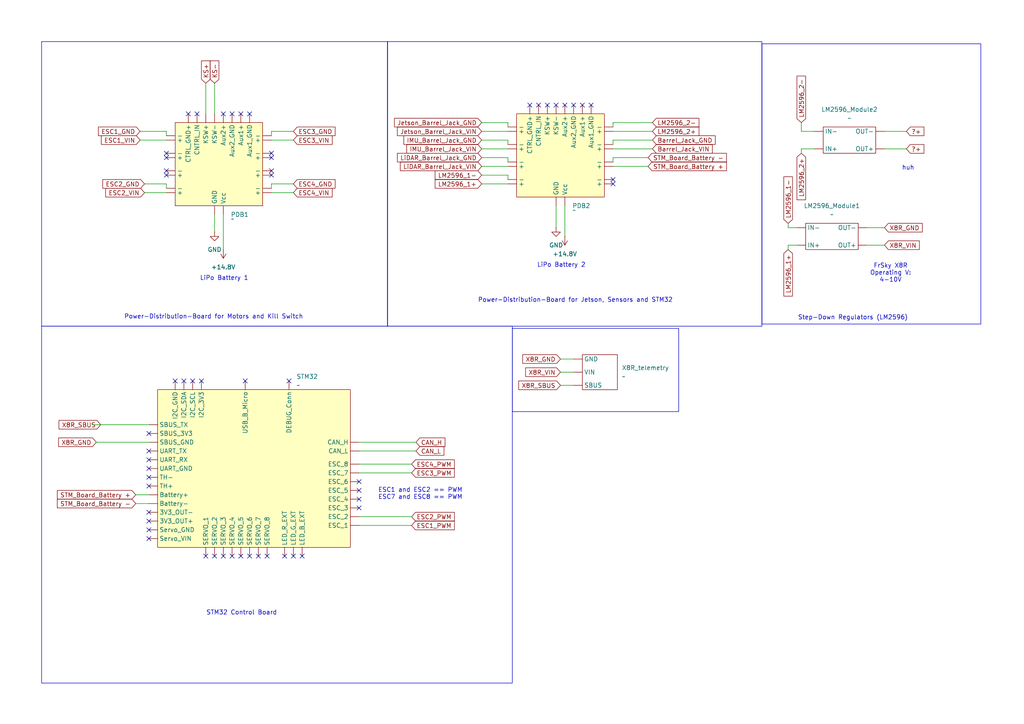
<source format=kicad_sch>
(kicad_sch (version 20250114) (generator "eeschema") (generator_version "9.0")
  (paper "A4")
  (title_block (title "usv_pinout") (rev "1") (company "Vanttec"))
  (lib_symbols
    (symbol "LM2596_Module_1"
      (property "Reference" "LM2596_Module" (at 0 5.842 0))
      (symbol "LM2596_Module_1_0_1"
        (rectangle (start -7.62 3.81) (end 7.62 -3.81))
      )
      (symbol "LM2596_Module_1_1_1"
        (pin power_in line (at -10.16 2.54 0) (length 2.54) (name "IN-") (number ""))
        (pin power_in line (at -10.16 -2.54 0) (length 2.54) (name "IN+") (number ""))
        (pin power_out line (at 10.16 2.54 180) (length 2.54) (name "OUT-") (number ""))
        (pin power_out line (at 10.16 -2.54 180) (length 2.54) (name "OUT+") (number ""))
      )
    )
    (symbol "power:+15V" (power) (pin_numbers (hide yes)) (pin_names (offset 0) (hide yes))
      (property "Value" "+15V" (at 0 3.556 0))
      (symbol "+15V_0_1"
        (polyline (pts (xy -0.762 1.27) (xy 0 2.54)))
        (polyline (pts (xy 0 2.54) (xy 0.762 1.27)))
        (polyline (pts (xy 0 0) (xy 0 2.54)))
      )
      (symbol "+15V_1_1"
        (pin power_in line (at 0 0 90) (length 0) (name "~") (number "1"))
      )
    )
    (symbol "power:GND" (power) (pin_numbers (hide yes)) (pin_names (offset 0) (hide yes))
      (property "Value" "GND" (at 0 -3.81 0))
      (symbol "GND_0_1"
        (polyline (pts (xy 0 0) (xy 0 -1.27) (xy 1.27 -1.27) (xy 0 -2.54) (xy -1.27 -1.27) (xy 0 -1.27)))
      )
      (symbol "GND_1_1"
        (pin power_in line (at 0 0 270) (length 0) (name "~") (number "1"))
      )
    )
    (symbol "power_distribution_board_1"
      (property "Reference" "U" (at 0 18.796 0))
      (symbol "power_distribution_board_1_1_1"
        (rectangle (start -12.7 8.89) (end 12.7 -15.24) (fill (type background)))
        (pin power_out line (at -15.24 5.08 0) (length 2.54) (name "-") (number ""))
        (pin power_out line (at -15.24 3.81 0) (length 2.54) (name "+") (number ""))
        (pin power_out line (at -15.24 0 0) (length 2.54) (name "-") (number ""))
        (pin power_out line (at -15.24 -1.27 0) (length 2.54) (name "+") (number ""))
        (pin power_out line (at -15.24 -5.08 0) (length 2.54) (name "-") (number ""))
        (pin power_out line (at -15.24 -6.35 0) (length 2.54) (name "+") (number ""))
        (pin power_out line (at -15.24 -10.16 0) (length 2.54) (name "-") (number ""))
        (pin power_out line (at -15.24 -11.43 0) (length 2.54) (name "+") (number ""))
        (pin output line (at -8.89 11.43 270) (length 2.54) (name "CTRL_GND+") (number ""))
        (pin output line (at -6.35 11.43 270) (length 2.54) (name "CNTRL_IN") (number ""))
        (pin output line (at -3.81 11.43 270) (length 2.54) (name "KSW+") (number ""))
        (pin output line (at -1.27 11.43 270) (length 2.54) (name "KSW-") (number ""))
        (pin power_in line (at -1.27 -17.78 90) (length 2.54) (name "GND") (number ""))
        (pin output line (at 1.27 11.43 270) (length 2.54) (name "Aux2+") (number ""))
        (pin power_in line (at 1.27 -17.78 90) (length 2.54) (name "Vcc") (number ""))
        (pin output line (at 3.81 11.43 270) (length 2.54) (name "Aux2_GND") (number ""))
        (pin output line (at 6.35 11.43 270) (length 2.54) (name "Aux1+") (number ""))
        (pin output line (at 8.89 11.43 270) (length 2.54) (name "Aux1_GND") (number ""))
        (pin power_out line (at 15.24 5.08 180) (length 2.54) (name "-") (number ""))
        (pin power_out line (at 15.24 3.81 180) (length 2.54) (name "+") (number ""))
        (pin power_out line (at 15.24 0 180) (length 2.54) (name "-") (number ""))
        (pin power_out line (at 15.24 -1.27 180) (length 2.54) (name "+") (number ""))
        (pin power_out line (at 15.24 -5.08 180) (length 2.54) (name "-") (number ""))
        (pin power_out line (at 15.24 -6.35 180) (length 2.54) (name "+") (number ""))
        (pin power_out line (at 15.24 -10.16 180) (length 2.54) (name "-") (number ""))
        (pin power_out line (at 15.24 -11.43 180) (length 2.54) (name "+") (number ""))
      )
    )
    (symbol "vanttec_pcbs_libs:LM2596_Module"
      (property "Reference" "LM2596_Module" (at 0 5.842 0))
      (symbol "LM2596_Module_0_1"
        (rectangle (start -7.62 3.81) (end 7.62 -3.81))
      )
      (symbol "LM2596_Module_1_1"
        (pin power_in line (at -10.16 2.54 0) (length 2.54) (name "IN-") (number ""))
        (pin power_in line (at -10.16 -2.54 0) (length 2.54) (name "IN+") (number ""))
        (pin power_out line (at 10.16 2.54 180) (length 2.54) (name "OUT-") (number ""))
        (pin power_out line (at 10.16 -2.54 180) (length 2.54) (name "OUT+") (number ""))
      )
    )
    (symbol "vanttec_pcbs_libs:X8R"
      (property "Reference" "U" (at 0 9.652 0))
      (symbol "X8R_0_1"
        (rectangle (start -5.08 6.35) (end 5.08 -3.81))
      )
      (symbol "X8R_1_1"
        (pin power_in line (at -7.62 5.08 0) (length 2.54) (name "GND") (number ""))
        (pin power_in line (at -7.62 1.27 0) (length 2.54) (name "VIN") (number ""))
        (pin input line (at -7.62 -2.54 0) (length 2.54) (name "SBUS") (number ""))
      )
    )
    (symbol "vanttec_pcbs_libs:power_distribution_board"
      (property "Reference" "U" (at 0 18.796 0))
      (symbol "power_distribution_board_1_1"
        (rectangle (start -12.7 8.89) (end 12.7 -15.24) (fill (type background)))
        (pin power_out line (at -15.24 5.08 0) (length 2.54) (name "-") (number ""))
        (pin power_out line (at -15.24 3.81 0) (length 2.54) (name "+") (number ""))
        (pin power_out line (at -15.24 0 0) (length 2.54) (name "-") (number ""))
        (pin power_out line (at -15.24 -1.27 0) (length 2.54) (name "+") (number ""))
        (pin power_out line (at -15.24 -5.08 0) (length 2.54) (name "-") (number ""))
        (pin power_out line (at -15.24 -6.35 0) (length 2.54) (name "+") (number ""))
        (pin power_out line (at -15.24 -10.16 0) (length 2.54) (name "-") (number ""))
        (pin power_out line (at -15.24 -11.43 0) (length 2.54) (name "+") (number ""))
        (pin output line (at -8.89 11.43 270) (length 2.54) (name "CTRL_GND+") (number ""))
        (pin output line (at -6.35 11.43 270) (length 2.54) (name "CNTRL_IN") (number ""))
        (pin output line (at -3.81 11.43 270) (length 2.54) (name "KSW+") (number ""))
        (pin output line (at -1.27 11.43 270) (length 2.54) (name "KSW-") (number ""))
        (pin power_in line (at -1.27 -17.78 90) (length 2.54) (name "GND") (number ""))
        (pin output line (at 1.27 11.43 270) (length 2.54) (name "Aux2+") (number ""))
        (pin power_in line (at 1.27 -17.78 90) (length 2.54) (name "Vcc") (number ""))
        (pin output line (at 3.81 11.43 270) (length 2.54) (name "Aux2_GND") (number ""))
        (pin output line (at 6.35 11.43 270) (length 2.54) (name "Aux1+") (number ""))
        (pin output line (at 8.89 11.43 270) (length 2.54) (name "Aux1_GND") (number ""))
        (pin power_out line (at 15.24 5.08 180) (length 2.54) (name "-") (number ""))
        (pin power_out line (at 15.24 3.81 180) (length 2.54) (name "+") (number ""))
        (pin power_out line (at 15.24 0 180) (length 2.54) (name "-") (number ""))
        (pin power_out line (at 15.24 -1.27 180) (length 2.54) (name "+") (number ""))
        (pin power_out line (at 15.24 -5.08 180) (length 2.54) (name "-") (number ""))
        (pin power_out line (at 15.24 -6.35 180) (length 2.54) (name "+") (number ""))
        (pin power_out line (at 15.24 -10.16 180) (length 2.54) (name "-") (number ""))
        (pin power_out line (at 15.24 -11.43 180) (length 2.54) (name "+") (number ""))
      )
    )
    (symbol "vanttec_pcbs_libs:stm32_control_board"
      (property "Reference" "U" (at 0 35.052 0))
      (symbol "stm32_control_board_1_1"
        (rectangle (start -27.94 22.86) (end 27.94 -22.86) (fill (type background)))
        (pin power_in line (at -30.48 12.7 0) (length 2.54) (name "SBUS_TX") (number ""))
        (pin power_in line (at -30.48 10.16 0) (length 2.54) (name "SBUS_3V3") (number ""))
        (pin power_in line (at -30.48 7.62 0) (length 2.54) (name "SBUS_GND") (number ""))
        (pin output line (at -30.48 5.08 0) (length 2.54) (name "UART_TX") (number ""))
        (pin input line (at -30.48 2.54 0) (length 2.54) (name "UART_RX") (number ""))
        (pin power_in line (at -30.48 0 0) (length 2.54) (name "UART_GND") (number ""))
        (pin output line (at -30.48 -2.54 0) (length 2.54) (name "TH-") (number ""))
        (pin output line (at -30.48 -5.08 0) (length 2.54) (name "TH+") (number ""))
        (pin power_in line (at -30.48 -7.62 0) (length 2.54) (name "Battery+") (number ""))
        (pin power_in line (at -30.48 -10.16 0) (length 2.54) (name "Battery-") (number ""))
        (pin power_out line (at -30.48 -12.7 0) (length 2.54) (name "3V3_OUT-") (number ""))
        (pin power_out line (at -30.48 -15.24 0) (length 2.54) (name "3V3_OUT+") (number ""))
        (pin power_out line (at -30.48 -17.78 0) (length 2.54) (name "Servo_GND") (number ""))
        (pin power_in line (at -30.48 -20.32 0) (length 2.54) (name "Servo_VIN") (number ""))
        (pin power_in line (at -22.86 25.4 270) (length 2.54) (name "I2C_GND") (number ""))
        (pin bidirectional line (at -20.32 25.4 270) (length 2.54) (name "I2C_SDA") (number ""))
        (pin input line (at -17.78 25.4 270) (length 2.54) (name "I2C_SCL") (number ""))
        (pin power_in line (at -15.24 25.4 270) (length 2.54) (name "I2C_3V3") (number ""))
        (pin input line (at -13.97 -25.4 90) (length 2.54) (name "SERVO_1") (number ""))
        (pin input line (at -11.43 -25.4 90) (length 2.54) (name "SERVO_2") (number ""))
        (pin input line (at -8.89 -25.4 90) (length 2.54) (name "SERVO_3") (number ""))
        (pin input line (at -6.35 -25.4 90) (length 2.54) (name "SERVO_4") (number ""))
        (pin input line (at -3.81 -25.4 90) (length 2.54) (name "SERVO_5") (number ""))
        (pin power_in line (at -2.54 25.4 270) (length 2.54) (name "USB_B_Micro") (number ""))
        (pin input line (at -1.27 -25.4 90) (length 2.54) (name "SERVO_6") (number ""))
        (pin input line (at 1.27 -25.4 90) (length 2.54) (name "SERVO_7") (number ""))
        (pin input line (at 3.81 -25.4 90) (length 2.54) (name "SERVO_8") (number ""))
        (pin input line (at 8.89 -25.4 90) (length 2.54) (name "LED_R_EXT") (number ""))
        (pin input line (at 10.16 25.4 270) (length 2.54) (name "DEBUG_Conn") (number ""))
        (pin input line (at 11.43 -25.4 90) (length 2.54) (name "LED_G_EXT") (number ""))
        (pin input line (at 13.97 -25.4 90) (length 2.54) (name "LED_B_EXT") (number ""))
        (pin bidirectional line (at 30.48 7.62 180) (length 2.54) (name "CAN_H") (number ""))
        (pin bidirectional line (at 30.48 5.08 180) (length 2.54) (name "CAN_L") (number ""))
        (pin output line (at 30.48 1.27 180) (length 2.54) (name "ESC_8") (number ""))
        (pin output line (at 30.48 -1.27 180) (length 2.54) (name "ESC_7") (number ""))
        (pin output line (at 30.48 -3.81 180) (length 2.54) (name "ESC_6") (number ""))
        (pin output line (at 30.48 -6.35 180) (length 2.54) (name "ESC_5") (number ""))
        (pin output line (at 30.48 -8.89 180) (length 2.54) (name "ESC_4") (number ""))
        (pin output line (at 30.48 -11.43 180) (length 2.54) (name "ESC_3") (number ""))
        (pin output line (at 30.48 -13.97 180) (length 2.54) (name "ESC_2") (number ""))
        (pin output line (at 30.48 -16.51 180) (length 2.54) (name "ESC_1") (number ""))
      )
    )
  )
  (rectangle (start 112.395 12.065) (end 220.98 94.615))
  (rectangle (start 220.98 12.7) (end 284.48 93.98))
  (rectangle (start 148.59 95.25) (end 196.85 119.38))
  (rectangle (start 12.065 94.615) (end 148.59 198.12))
  (rectangle (start 12.065 12.065) (end 112.395 94.615))
  (text "STM32 Control Board" (at 70.104 177.8 0) (effects (font (size 1.27 1.27))))
  (text "FrSky X8R\nOperating V:\n4-10V\n" (at 258.318 79.248 0) (effects (font (size 1.27 1.27))))
  (text "huh" (at 263.398 48.768 0) (effects (font (size 1.27 1.27))))
  (text "LiPo Battery 2\n\n" (at 162.814 77.978 0) (effects (font (size 1.27 1.27))))
  (text "Step-Down Regulators (LM2596)" (at 247.396 92.202 0) (effects (font (size 1.27 1.27))))
  (text "Power-Distribution-Board for Jetson, Sensors and STM32" (at 166.878 87.122 0) (effects (font (size 1.27 1.27))))
  (text "ESC1 and ESC2 == PWM\nESC7 and ESC8 == PWM\n" (at 121.92 143.256 0) (effects (font (size 1.27 1.27))))
  (text "LiPo Battery 1\n\n" (at 65.024 81.788 0) (effects (font (size 1.27 1.27))))
  (text "Power-Distribution-Board for Motors and Kill Switch" (at 61.976 91.948 0) (effects (font (size 1.27 1.27))))
  (no_connect (at 48.26 50.8))
  (no_connect (at 78.74 50.8))
  (no_connect (at 50.8 110.49))
  (no_connect (at 177.8 53.34))
  (no_connect (at 54.61 33.02))
  (no_connect (at 43.18 125.73))
  (no_connect (at 104.14 139.7))
  (no_connect (at 78.74 49.53))
  (no_connect (at 104.14 147.32))
  (no_connect (at 153.67 30.48))
  (no_connect (at 166.37 30.48))
  (no_connect (at 48.26 44.45))
  (no_connect (at 87.63 161.29))
  (no_connect (at 43.18 156.21))
  (no_connect (at 43.18 151.13))
  (no_connect (at 43.18 153.67))
  (no_connect (at 156.21 30.48))
  (no_connect (at 43.18 140.97))
  (no_connect (at 64.77 161.29))
  (no_connect (at 64.77 33.02))
  (no_connect (at 171.45 30.48))
  (no_connect (at 69.85 161.29))
  (no_connect (at 168.91 30.48))
  (no_connect (at 43.18 148.59))
  (no_connect (at 59.69 161.29))
  (no_connect (at 69.85 33.02))
  (no_connect (at 67.31 161.29))
  (no_connect (at 82.55 161.29))
  (no_connect (at 177.8 52.07))
  (no_connect (at 62.23 161.29))
  (no_connect (at 67.31 33.02))
  (no_connect (at 78.74 44.45))
  (no_connect (at 104.14 144.78))
  (no_connect (at 85.09 161.29))
  (no_connect (at 43.18 138.43))
  (no_connect (at 48.26 45.72))
  (no_connect (at 57.15 33.02))
  (no_connect (at 43.18 130.81))
  (no_connect (at 43.18 133.35))
  (no_connect (at 71.12 110.49))
  (no_connect (at 72.39 161.29))
  (no_connect (at 55.88 110.49))
  (no_connect (at 53.34 110.49))
  (no_connect (at 158.75 30.48))
  (no_connect (at 72.39 33.02))
  (no_connect (at 77.47 161.29))
  (no_connect (at 48.26 49.53))
  (no_connect (at 104.14 142.24))
  (no_connect (at 58.42 110.49))
  (no_connect (at 83.82 110.49))
  (no_connect (at 78.74 45.72))
  (no_connect (at 74.93 161.29))
  (no_connect (at 163.83 30.48))
  (no_connect (at 161.29 30.48))
  (no_connect (at 43.18 135.89))
  (wire (pts (xy 236.22 38.1) (xy 232.41 38.1)))
  (wire (pts (xy 78.74 38.1) (xy 85.09 38.1)))
  (wire (pts (xy 177.8 41.91) (xy 177.8 40.64)))
  (wire (pts (xy 177.8 45.72) (xy 187.96 45.72)))
  (wire (pts (xy 232.41 43.18) (xy 236.22 43.18)))
  (wire (pts (xy 251.46 66.04) (xy 256.54 66.04)))
  (wire (pts (xy 78.74 39.37) (xy 78.74 38.1)))
  (wire (pts (xy 62.23 62.23) (xy 62.23 67.31)))
  (wire (pts (xy 162.56 107.95) (xy 166.37 107.95)))
  (wire (pts (xy 139.7 40.64) (xy 147.32 40.64)))
  (wire (pts (xy 39.37 146.05) (xy 43.18 146.05)))
  (wire (pts (xy 85.09 53.34) (xy 78.74 53.34)))
  (wire (pts (xy 147.32 35.56) (xy 147.32 36.83)))
  (wire (pts (xy 147.32 40.64) (xy 147.32 41.91)))
  (wire (pts (xy 256.54 38.1) (xy 262.89 38.1)))
  (wire (pts (xy 40.64 40.64) (xy 48.26 40.64)))
  (wire (pts (xy 48.26 38.1) (xy 48.26 39.37)))
  (wire (pts (xy 78.74 53.34) (xy 78.74 54.61)))
  (wire (pts (xy 39.37 143.51) (xy 43.18 143.51)))
  (wire (pts (xy 228.6 64.77) (xy 228.6 66.04)))
  (wire (pts (xy 177.8 48.26) (xy 187.96 48.26)))
  (wire (pts (xy 139.7 38.1) (xy 147.32 38.1)))
  (wire (pts (xy 147.32 50.8) (xy 147.32 52.07)))
  (wire (pts (xy 48.26 53.34) (xy 48.26 54.61)))
  (wire (pts (xy 163.83 59.69) (xy 163.83 68.58)))
  (wire (pts (xy 139.7 53.34) (xy 147.32 53.34)))
  (wire (pts (xy 104.14 134.62) (xy 119.38 134.62)))
  (wire (pts (xy 104.14 149.86) (xy 119.38 149.86)))
  (wire (pts (xy 177.8 38.1) (xy 189.23 38.1)))
  (wire (pts (xy 177.8 46.99) (xy 177.8 45.72)))
  (wire (pts (xy 228.6 66.04) (xy 231.14 66.04)))
  (wire (pts (xy 161.29 59.69) (xy 161.29 66.04)))
  (wire (pts (xy 228.6 71.12) (xy 228.6 72.39)))
  (wire (pts (xy 104.14 137.16) (xy 119.38 137.16)))
  (wire (pts (xy 26.67 123.19) (xy 43.18 123.19)))
  (wire (pts (xy 64.77 62.23) (xy 64.77 72.39)))
  (wire (pts (xy 104.14 130.81) (xy 120.65 130.81)))
  (wire (pts (xy 27.94 128.27) (xy 43.18 128.27)))
  (wire (pts (xy 177.8 43.18) (xy 189.23 43.18)))
  (wire (pts (xy 41.91 53.34) (xy 48.26 53.34)))
  (wire (pts (xy 232.41 44.45) (xy 232.41 43.18)))
  (wire (pts (xy 139.7 48.26) (xy 147.32 48.26)))
  (wire (pts (xy 256.54 43.18) (xy 262.89 43.18)))
  (wire (pts (xy 62.23 24.13) (xy 62.23 33.02)))
  (wire (pts (xy 177.8 35.56) (xy 189.23 35.56)))
  (wire (pts (xy 139.7 35.56) (xy 147.32 35.56)))
  (wire (pts (xy 177.8 36.83) (xy 177.8 35.56)))
  (wire (pts (xy 104.14 128.27) (xy 120.65 128.27)))
  (wire (pts (xy 59.69 24.13) (xy 59.69 33.02)))
  (wire (pts (xy 162.56 111.76) (xy 166.37 111.76)))
  (wire (pts (xy 177.8 40.64) (xy 189.23 40.64)))
  (wire (pts (xy 162.56 104.14) (xy 166.37 104.14)))
  (wire (pts (xy 78.74 55.88) (xy 85.09 55.88)))
  (wire (pts (xy 231.14 71.12) (xy 228.6 71.12)))
  (wire (pts (xy 139.7 43.18) (xy 147.32 43.18)))
  (wire (pts (xy 139.7 50.8) (xy 147.32 50.8)))
  (wire (pts (xy 139.7 45.72) (xy 147.32 45.72)))
  (wire (pts (xy 41.91 55.88) (xy 48.26 55.88)))
  (wire (pts (xy 40.64 38.1) (xy 48.26 38.1)))
  (wire (pts (xy 232.41 35.56) (xy 232.41 38.1)))
  (wire (pts (xy 251.46 71.12) (xy 256.54 71.12)))
  (wire (pts (xy 147.32 45.72) (xy 147.32 46.99)))
  (wire (pts (xy 104.14 152.4) (xy 119.38 152.4)))
  (wire (pts (xy 78.74 40.64) (xy 85.09 40.64)))
  (global_label "ESC2_VIN" (shape input) (at 41.91 55.88 180) (property "Intersheetrefs" "${INTERSHEET_REFS}" (effects (hide yes))))
  (global_label "ESC2_GND" (shape input) (at 41.91 53.34 180) (property "Intersheetrefs" "${INTERSHEET_REFS}" (effects (hide yes))))
  (global_label "LM2596_2+" (shape input) (at 232.41 44.45 270) (property "Intersheetrefs" "${INTERSHEET_REFS}" (effects (hide yes))))
  (global_label "ESC3_GND" (shape input) (at 85.09 38.1 0) (property "Intersheetrefs" "${INTERSHEET_REFS}" (effects (hide yes))))
  (global_label "LM2596_2+" (shape input) (at 189.23 38.1 0) (property "Intersheetrefs" "${INTERSHEET_REFS}" (effects (hide yes))))
  (global_label "ESC2_PWM" (shape input) (at 119.38 149.86 0) (property "Intersheetrefs" "${INTERSHEET_REFS}" (effects (hide yes))))
  (global_label "Barrel_Jack_GND" (shape input) (at 189.23 40.64 0) (property "Intersheetrefs" "${INTERSHEET_REFS}" (effects (hide yes))))
  (global_label "LM2596_1+" (shape input) (at 228.6 72.39 270) (property "Intersheetrefs" "${INTERSHEET_REFS}" (effects (hide yes))))
  (global_label "CAN_H" (shape input) (at 120.65 128.27 0) (property "Intersheetrefs" "${INTERSHEET_REFS}" (effects (hide yes))))
  (global_label "Jetson_Barrel_Jack_VIN" (shape input) (at 139.7 38.1 180) (property "Intersheetrefs" "${INTERSHEET_REFS}" (effects (hide yes))))
  (global_label "X8R_GND" (shape input) (at 162.56 104.14 180) (property "Intersheetrefs" "${INTERSHEET_REFS}" (effects (hide yes))))
  (global_label "X8R_GND" (shape input) (at 27.94 128.27 180) (property "Intersheetrefs" "${INTERSHEET_REFS}" (effects (hide yes))))
  (global_label "ESC4_GND" (shape input) (at 85.09 53.34 0) (property "Intersheetrefs" "${INTERSHEET_REFS}" (effects (hide yes))))
  (global_label "X8R_VIN" (shape input) (at 162.56 107.95 180) (property "Intersheetrefs" "${INTERSHEET_REFS}" (effects (hide yes))))
  (global_label "LiDAR_Barrel_Jack_GND" (shape input) (at 139.7 45.72 180) (property "Intersheetrefs" "${INTERSHEET_REFS}" (effects (hide yes))))
  (global_label "STM_Board_Battery +" (shape input) (at 187.96 48.26 0) (property "Intersheetrefs" "${INTERSHEET_REFS}" (effects (hide yes))))
  (global_label "ESC1_PWM" (shape input) (at 119.38 152.4 0) (property "Intersheetrefs" "${INTERSHEET_REFS}" (effects (hide yes))))
  (global_label "X8R_SBUS" (shape input) (at 29.21 123.19 180) (property "Intersheetrefs" "${INTERSHEET_REFS}" (effects (hide yes))))
  (global_label "ESC3_PWM" (shape input) (at 119.38 137.16 0) (property "Intersheetrefs" "${INTERSHEET_REFS}" (effects (hide yes))))
  (global_label "X8R_GND" (shape input) (at 256.54 66.04 0) (property "Intersheetrefs" "${INTERSHEET_REFS}" (effects (hide yes))))
  (global_label "Barrel_Jack_VIN" (shape input) (at 189.23 43.18 0) (property "Intersheetrefs" "${INTERSHEET_REFS}" (effects (hide yes))))
  (global_label "LM2596_1-" (shape input) (at 139.7 50.8 180) (property "Intersheetrefs" "${INTERSHEET_REFS}" (effects (hide yes))))
  (global_label "CAN_L" (shape input) (at 120.65 130.81 0) (property "Intersheetrefs" "${INTERSHEET_REFS}" (effects (hide yes))))
  (global_label "?+" (shape input) (at 262.89 38.1 0) (property "Intersheetrefs" "${INTERSHEET_REFS}" (effects (hide yes))))
  (global_label "LM2596_2-" (shape input) (at 232.41 35.56 90) (property "Intersheetrefs" "${INTERSHEET_REFS}" (effects (hide yes))))
  (global_label "STM_Board_Battery +" (shape input) (at 39.37 143.51 180) (property "Intersheetrefs" "${INTERSHEET_REFS}" (effects (hide yes))))
  (global_label "?+" (shape input) (at 262.89 43.18 0) (property "Intersheetrefs" "${INTERSHEET_REFS}" (effects (hide yes))))
  (global_label "ESC1_VIN" (shape input) (at 40.64 40.64 180) (property "Intersheetrefs" "${INTERSHEET_REFS}" (effects (hide yes))))
  (global_label "X8R_SBUS" (shape input) (at 162.56 111.76 180) (property "Intersheetrefs" "${INTERSHEET_REFS}" (effects (hide yes))))
  (global_label "ESC3_VIN" (shape input) (at 85.09 40.64 0) (property "Intersheetrefs" "${INTERSHEET_REFS}" (effects (hide yes))))
  (global_label "LM2596_1-" (shape input) (at 228.6 64.77 90) (property "Intersheetrefs" "${INTERSHEET_REFS}" (effects (hide yes))))
  (global_label "ESC1_GND" (shape input) (at 40.64 38.1 180) (property "Intersheetrefs" "${INTERSHEET_REFS}" (effects (hide yes))))
  (global_label "LM2596_1+" (shape input) (at 139.7 53.34 180) (property "Intersheetrefs" "${INTERSHEET_REFS}" (effects (hide yes))))
  (global_label "Jetson_Barrel_Jack_GND" (shape input) (at 139.7 35.56 180) (property "Intersheetrefs" "${INTERSHEET_REFS}" (effects (hide yes))))
  (global_label "STM_Board_Battery -" (shape input) (at 39.37 146.05 180) (property "Intersheetrefs" "${INTERSHEET_REFS}" (effects (hide yes))))
  (global_label "KS-" (shape input) (at 62.23 24.13 90) (property "Intersheetrefs" "${INTERSHEET_REFS}" (effects (hide yes))))
  (global_label "LM2596_2-" (shape input) (at 189.23 35.56 0) (property "Intersheetrefs" "${INTERSHEET_REFS}" (effects (hide yes))))
  (global_label "STM_Board_Battery -" (shape input) (at 187.96 45.72 0) (property "Intersheetrefs" "${INTERSHEET_REFS}" (effects (hide yes))))
  (global_label "ESC4_VIN" (shape input) (at 85.09 55.88 0) (property "Intersheetrefs" "${INTERSHEET_REFS}" (effects (hide yes))))
  (global_label "IMU_Barrel_Jack_VIN" (shape input) (at 139.7 43.18 180) (property "Intersheetrefs" "${INTERSHEET_REFS}" (effects (hide yes))))
  (global_label "IMU_Barrel_Jack_GND" (shape input) (at 139.7 40.64 180) (property "Intersheetrefs" "${INTERSHEET_REFS}" (effects (hide yes))))
  (global_label "KS+" (shape input) (at 59.69 24.13 90) (property "Intersheetrefs" "${INTERSHEET_REFS}" (effects (hide yes))))
  (global_label "LiDAR_Barrel_Jack_VIN" (shape input) (at 139.7 48.26 180) (property "Intersheetrefs" "${INTERSHEET_REFS}" (effects (hide yes))))
  (global_label "X8R_VIN" (shape input) (at 256.54 71.12 0) (property "Intersheetrefs" "${INTERSHEET_REFS}" (effects (hide yes))))
  (global_label "ESC4_PWM" (shape input) (at 119.38 134.62 0) (property "Intersheetrefs" "${INTERSHEET_REFS}" (effects (hide yes))))
  (symbol (lib_name "power_distribution_board_1") (lib_id "vanttec_pcbs_libs:power_distribution_board") (at 162.56 41.91 0) (unit 1)
    (property "Reference" "PDB2" (at 165.9733 59.69 0) (effects (justify left)))
    (property "Value" "~" (at 165.9733 60.96 0) (effects (justify left)))
  )
  (symbol (lib_id "vanttec_pcbs_libs:stm32_control_board") (at 73.66 135.89 0) (unit 1)
    (property "Reference" "STM32" (at 85.9633 109.22 0) (effects (justify left)))
    (property "Value" "~" (at 85.9633 111.76 0) (effects (justify left)))
  )
  (symbol (lib_id "power:GND") (at 161.29 66.04 0) (unit 1)
    (property "Reference" "#PWR05" (effects (hide yes)))
    (property "Value" "GND" (at 161.29 71.12 0))
    (property "Description" "Power symbol creates a global label with name \"GND\" , ground" (effects (hide yes)))
  )
  (symbol (lib_id "vanttec_pcbs_libs:power_distribution_board") (at 63.5 44.45 0) (unit 1)
    (property "Reference" "PDB1" (at 66.9133 62.23 0) (effects (justify left)))
    (property "Value" "~" (at 66.9133 63.5 0) (effects (justify left)))
  )
  (symbol (lib_id "power:GND") (at 62.23 67.31 0) (unit 1)
    (property "Reference" "#PWR03" (effects (hide yes)))
    (property "Value" "GND" (at 62.23 72.39 0))
    (property "Description" "Power symbol creates a global label with name \"GND\" , ground" (effects (hide yes)))
  )
  (symbol (lib_id "vanttec_pcbs_libs:LM2596_Module") (at 241.3 68.58 0) (unit 1)
    (property "Reference" "LM2596_Module1" (at 241.3 59.69 0))
    (property "Value" "~" (at 241.3 62.23 0))
  )
  (symbol (lib_id "vanttec_pcbs_libs:X8R") (at 173.99 109.22 0) (unit 1)
    (property "Reference" "X8R_telemetry" (at 180.34 106.6799 0) (effects (justify left)))
    (property "Value" "~" (at 180.34 109.2199 0) (effects (justify left)))
  )
  (symbol (lib_id "power:+15V") (at 163.83 68.58 180) (unit 1)
    (property "Reference" "#PWR04" (effects (hide yes)))
    (property "Value" "+14.8V" (at 163.83 73.66 0))
    (property "Description" "Power symbol creates a global label with name \"+15V\"" (effects (hide yes)))
  )
  (symbol (lib_id "power:+15V") (at 64.77 72.39 180) (unit 1)
    (property "Reference" "#PWR01" (effects (hide yes)))
    (property "Value" "+14.8V" (at 64.77 77.47 0))
    (property "Description" "Power symbol creates a global label with name \"+15V\"" (effects (hide yes)))
  )
  (symbol (lib_name "LM2596_Module_1") (lib_id "vanttec_pcbs_libs:LM2596_Module") (at 246.38 40.64 0) (unit 1)
    (property "Reference" "LM2596_Module2" (at 246.38 31.75 0))
    (property "Value" "~" (at 246.38 34.29 0))
  )
)
</source>
